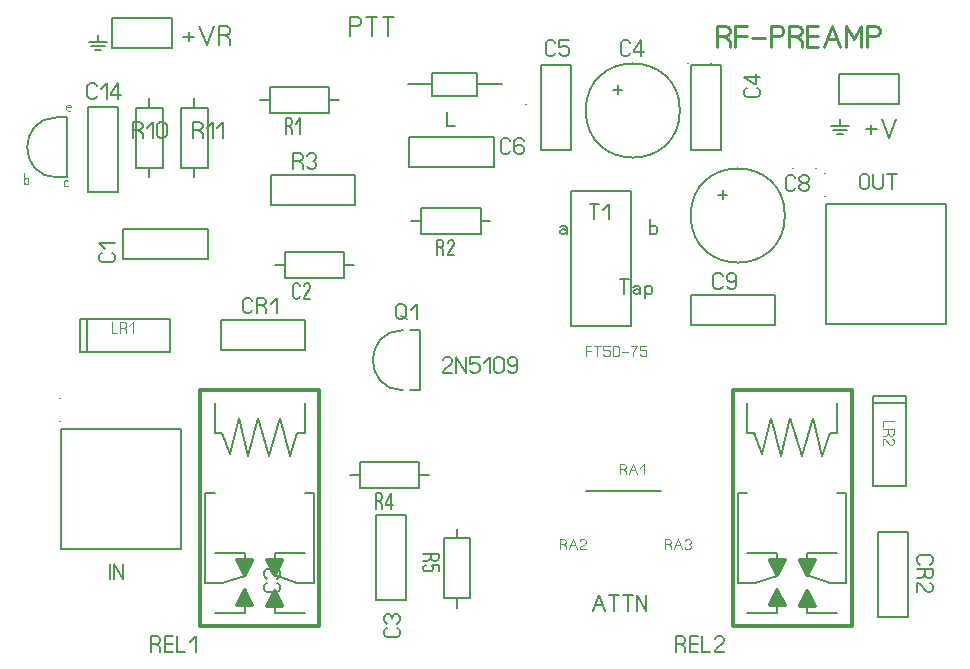
<source format=gbr>
%FSLAX34Y34*%
%MOMM*%
%LNSILK_TOP*%
G71*
G01*
%ADD10C,0.150*%
%ADD11C,0.167*%
%ADD12C,0.200*%
%ADD13C,0.144*%
%ADD14C,0.206*%
%ADD15C,0.222*%
%ADD16C,0.111*%
%ADD17C,0.300*%
%LPD*%
G54D10*
X31130Y267586D02*
X31130Y245411D01*
X-19570Y245411D01*
X-19570Y267586D01*
X31130Y267586D01*
G54D10*
X31330Y256498D02*
X39230Y256498D01*
G54D10*
X-19670Y256498D02*
X-27570Y256498D01*
G54D11*
X-3144Y234241D02*
X-1144Y232574D01*
X-477Y230907D01*
X-477Y227574D01*
G54D11*
X-5811Y227574D02*
X-5811Y240907D01*
X-2477Y240907D01*
X-1144Y240074D01*
X-477Y238407D01*
X-477Y236741D01*
X-1144Y235074D01*
X-2477Y234241D01*
X-5811Y234241D01*
G54D11*
X3189Y235907D02*
X6523Y240907D01*
X6523Y227574D01*
G54D10*
X-71725Y122068D02*
X-71725Y147468D01*
X-143325Y147468D01*
X-143325Y122068D01*
X-71725Y122068D01*
G54D11*
X-152862Y127085D02*
X-151196Y126085D01*
X-150362Y124085D01*
X-150362Y122085D01*
X-151196Y120085D01*
X-152862Y119085D01*
X-161196Y119085D01*
X-162862Y120085D01*
X-163696Y122085D01*
X-163696Y124085D01*
X-162862Y126085D01*
X-161196Y127085D01*
G54D11*
X-158696Y130752D02*
X-163696Y135752D01*
X-150362Y135752D01*
G54D10*
X408772Y65787D02*
X408772Y91187D01*
X337172Y91187D01*
X337172Y65787D01*
X408772Y65787D01*
G54D11*
X364148Y99079D02*
X363148Y97412D01*
X361148Y96579D01*
X359148Y96579D01*
X357148Y97412D01*
X356148Y99079D01*
X356148Y107412D01*
X357148Y109079D01*
X359148Y109912D01*
X361148Y109912D01*
X363148Y109079D01*
X364148Y107412D01*
G54D11*
X367815Y99079D02*
X368815Y97412D01*
X370815Y96579D01*
X372815Y96579D01*
X374815Y97412D01*
X375815Y99079D01*
X375815Y103245D01*
X375815Y104079D01*
X372815Y102412D01*
X370815Y102412D01*
X368815Y103245D01*
X367815Y104912D01*
X367815Y107412D01*
X368815Y109079D01*
X370815Y109912D01*
X372815Y109912D01*
X374815Y109079D01*
X375815Y107412D01*
X375815Y103245D01*
G54D12*
X485160Y231765D02*
X494760Y231765D01*
G54D12*
X489960Y235765D02*
X489960Y227765D01*
G54D12*
X499160Y240765D02*
X505160Y224765D01*
X511160Y240765D01*
G54D10*
X462664Y253288D02*
X462664Y278689D01*
X513464Y278688D01*
X513464Y253288D01*
X462664Y253288D01*
G54D10*
X99760Y61651D02*
X107760Y61651D01*
X107760Y10926D01*
X99760Y10926D01*
G54D10*
G75*
G01X93449Y61782D02*
G03X93449Y10782I0J-25500D01*
G01*
G54D11*
X91616Y73326D02*
X96616Y70826D01*
G54D11*
X95616Y81659D02*
X95616Y73326D01*
X94616Y71659D01*
X92616Y70826D01*
X90616Y70826D01*
X88616Y71659D01*
X87616Y73326D01*
X87616Y81659D01*
X88616Y83326D01*
X90616Y84159D01*
X92616Y84159D01*
X94616Y83326D01*
X95616Y81659D01*
G54D11*
X100283Y79159D02*
X105283Y84159D01*
X105283Y70826D01*
G54D10*
X-196240Y-22249D02*
X-94640Y-22249D01*
X-94640Y-123849D01*
X-196240Y-123849D01*
X-196240Y-22249D01*
G54D13*
X-196990Y4501D02*
X-196990Y4501D01*
G54D13*
X-196990Y-14999D02*
X-196990Y-14999D01*
G54D10*
X53172Y167387D02*
X53172Y192787D01*
X-18428Y192787D01*
X-18428Y167387D01*
X53172Y167387D01*
G54D11*
X4548Y204845D02*
X7548Y203179D01*
X8548Y201512D01*
X8548Y198179D01*
G54D11*
X548Y198179D02*
X548Y211512D01*
X5548Y211512D01*
X7548Y210679D01*
X8548Y209012D01*
X8548Y207345D01*
X7548Y205679D01*
X5548Y204845D01*
X548Y204845D01*
G54D11*
X12215Y209012D02*
X13215Y210679D01*
X15215Y211512D01*
X17215Y211512D01*
X19215Y210679D01*
X20215Y209012D01*
X20215Y207345D01*
X19215Y205679D01*
X17215Y204845D01*
X19215Y204012D01*
X20215Y202345D01*
X20215Y200679D01*
X19215Y199012D01*
X17215Y198179D01*
X15215Y198179D01*
X13215Y199012D01*
X12215Y200679D01*
G54D10*
X43830Y127886D02*
X43830Y105711D01*
X-6870Y105711D01*
X-6870Y127886D01*
X43830Y127886D01*
G54D10*
X44030Y116798D02*
X51930Y116798D01*
G54D10*
X-6970Y116798D02*
X-14870Y116798D01*
G54D11*
X5873Y90374D02*
X5206Y88707D01*
X3873Y87874D01*
X2539Y87874D01*
X1206Y88707D01*
X539Y90374D01*
X539Y98707D01*
X1206Y100374D01*
X2539Y101207D01*
X3873Y101207D01*
X5206Y100374D01*
X5873Y98707D01*
G54D11*
X14873Y87874D02*
X9539Y87874D01*
X9539Y88707D01*
X10206Y90374D01*
X14206Y95374D01*
X14873Y97041D01*
X14873Y98707D01*
X14206Y100374D01*
X12873Y101207D01*
X11539Y101207D01*
X10206Y100374D01*
X9539Y98707D01*
G54D10*
X107330Y-49914D02*
X107330Y-72089D01*
X56630Y-72089D01*
X56630Y-49914D01*
X107330Y-49914D01*
G54D10*
X107530Y-61002D02*
X115430Y-61002D01*
G54D10*
X56530Y-61002D02*
X48630Y-61002D01*
G54D11*
X73056Y-83259D02*
X75056Y-84926D01*
X75723Y-86593D01*
X75723Y-89926D01*
G54D11*
X70389Y-89926D02*
X70389Y-76593D01*
X73723Y-76593D01*
X75056Y-77426D01*
X75723Y-79093D01*
X75723Y-80759D01*
X75056Y-82426D01*
X73723Y-83259D01*
X70389Y-83259D01*
G54D11*
X83389Y-89926D02*
X83389Y-76593D01*
X79389Y-84926D01*
X79389Y-86593D01*
X84723Y-86593D01*
G54D10*
X96329Y-94959D02*
X70929Y-94959D01*
X70929Y-166560D01*
X96329Y-166559D01*
X96329Y-94959D01*
G54D11*
X-13162Y-152315D02*
X-11496Y-153315D01*
X-10662Y-155315D01*
X-10662Y-157315D01*
X-11496Y-159315D01*
X-13162Y-160315D01*
X-21496Y-160315D01*
X-23162Y-159315D01*
X-23996Y-157315D01*
X-23996Y-155315D01*
X-23162Y-153315D01*
X-21496Y-152315D01*
G54D11*
X-21496Y-148648D02*
X-23162Y-147648D01*
X-23996Y-145648D01*
X-23996Y-143648D01*
X-23162Y-141648D01*
X-21496Y-140648D01*
X-19829Y-140648D01*
X-18162Y-141648D01*
X-17329Y-143648D01*
X-16496Y-141648D01*
X-14829Y-140648D01*
X-13162Y-140648D01*
X-11496Y-141648D01*
X-10662Y-143648D01*
X-10662Y-145648D01*
X-11496Y-147648D01*
X-13162Y-148648D01*
G54D10*
X150235Y-165179D02*
X128060Y-165179D01*
X128060Y-114479D01*
X150235Y-114479D01*
X150235Y-165179D01*
G54D10*
X139147Y-165379D02*
X139147Y-173279D01*
G54D10*
X139147Y-114379D02*
X139147Y-106479D01*
G54D11*
X116889Y-130904D02*
X115223Y-132904D01*
X113556Y-133571D01*
X110223Y-133571D01*
G54D11*
X110223Y-128238D02*
X123556Y-128238D01*
X123556Y-131571D01*
X122723Y-132904D01*
X121056Y-133571D01*
X119389Y-133571D01*
X117723Y-132904D01*
X116889Y-131571D01*
X116889Y-128238D01*
G54D11*
X123556Y-142571D02*
X123556Y-137238D01*
X117723Y-137238D01*
X117723Y-137904D01*
X118556Y-139238D01*
X118556Y-140571D01*
X117723Y-141904D01*
X116056Y-142571D01*
X112723Y-142571D01*
X111056Y-141904D01*
X110223Y-140571D01*
X110223Y-139238D01*
X111056Y-137904D01*
X112723Y-137238D01*
G54D10*
X363029Y286041D02*
X337629Y286041D01*
X337629Y214441D01*
X363029Y214441D01*
X363029Y286041D01*
G54D10*
X236029Y286041D02*
X210629Y286041D01*
X210629Y214441D01*
X236029Y214441D01*
X236029Y286041D01*
G54D10*
X275316Y268957D02*
X275316Y261357D01*
G54D10*
X279116Y265157D02*
X271516Y265157D01*
G54D10*
G75*
G01X327866Y247651D02*
G03X327866Y247651I-39850J0D01*
G01*
G54D14*
X354616Y288251D02*
X354616Y288251D01*
G54D14*
X335116Y288251D02*
X335116Y288251D01*
G54D10*
X159314Y165047D02*
X159314Y142872D01*
X108614Y142872D01*
X108614Y165047D01*
X159314Y165047D01*
G54D10*
X159514Y153960D02*
X167414Y153960D01*
G54D10*
X108514Y153960D02*
X100614Y153960D01*
G54D11*
X125040Y131702D02*
X127040Y130035D01*
X127706Y128368D01*
X127706Y125035D01*
G54D11*
X122373Y125035D02*
X122373Y138368D01*
X125706Y138368D01*
X127040Y137535D01*
X127706Y135868D01*
X127706Y134202D01*
X127040Y132535D01*
X125706Y131702D01*
X122373Y131702D01*
G54D11*
X136706Y125035D02*
X131373Y125035D01*
X131373Y125868D01*
X132040Y127535D01*
X136040Y132535D01*
X136706Y134202D01*
X136706Y135868D01*
X136040Y137535D01*
X134706Y138368D01*
X133373Y138368D01*
X132040Y137535D01*
X131373Y135868D01*
G54D11*
X254610Y-176249D02*
X259610Y-162916D01*
X264610Y-176249D01*
G54D11*
X256610Y-171249D02*
X262610Y-171249D01*
G54D11*
X272277Y-176249D02*
X272277Y-162916D01*
G54D11*
X268277Y-162916D02*
X276277Y-162916D01*
G54D11*
X283944Y-176249D02*
X283944Y-162916D01*
G54D11*
X279944Y-162916D02*
X287944Y-162916D01*
G54D11*
X291611Y-176249D02*
X291611Y-162916D01*
X299611Y-176249D01*
X299611Y-162916D01*
G54D11*
X488060Y191684D02*
X488060Y183351D01*
X487060Y181684D01*
X485060Y180851D01*
X483060Y180851D01*
X481060Y181684D01*
X480060Y183351D01*
X480060Y191684D01*
X481060Y193351D01*
X483060Y194184D01*
X485060Y194184D01*
X487060Y193351D01*
X488060Y191684D01*
G54D11*
X491727Y194184D02*
X491727Y183351D01*
X492727Y181684D01*
X494727Y180851D01*
X496727Y180851D01*
X498727Y181684D01*
X499727Y183351D01*
X499727Y194184D01*
G54D11*
X507394Y180851D02*
X507394Y194184D01*
G54D11*
X503394Y194184D02*
X511394Y194184D01*
G54D11*
X280860Y91951D02*
X280860Y105284D01*
G54D11*
X276860Y105284D02*
X284860Y105284D01*
G54D11*
X288527Y98618D02*
X290527Y99451D01*
X292927Y99451D01*
X294527Y97784D01*
X294527Y91951D01*
G54D11*
X294527Y94451D02*
X293527Y96118D01*
X291527Y96451D01*
X289527Y96118D01*
X288527Y94451D01*
X288927Y92784D01*
X290527Y91951D01*
X291527Y91951D01*
X291927Y91951D01*
X293527Y92784D01*
X294527Y94451D01*
G54D11*
X298194Y99451D02*
X298194Y88618D01*
G54D11*
X298194Y94451D02*
X299194Y92284D01*
X301194Y91951D01*
X303194Y92284D01*
X304194Y93951D01*
X304194Y97284D01*
X303194Y98951D01*
X301194Y99451D01*
X299194Y98951D01*
X298194Y96951D01*
G54D11*
X255460Y155451D02*
X255460Y168784D01*
G54D11*
X251460Y168784D02*
X259460Y168784D01*
G54D11*
X263127Y163784D02*
X268127Y168784D01*
X268127Y155451D01*
G54D15*
X364743Y310390D02*
X368743Y308168D01*
X370077Y305945D01*
X370077Y301501D01*
G54D15*
X359410Y301501D02*
X359410Y319279D01*
X366077Y319279D01*
X368743Y318168D01*
X370077Y315945D01*
X370077Y313723D01*
X368743Y311501D01*
X366077Y310390D01*
X359410Y310390D01*
G54D15*
X374966Y301501D02*
X374966Y319279D01*
X384299Y319279D01*
G54D15*
X374966Y310390D02*
X384299Y310390D01*
G54D15*
X389188Y309279D02*
X399855Y309279D01*
G54D15*
X404744Y301501D02*
X404744Y319279D01*
X411411Y319279D01*
X414077Y318168D01*
X415411Y315945D01*
X415411Y313723D01*
X414077Y311501D01*
X411411Y310390D01*
X404744Y310390D01*
G54D15*
X425633Y310390D02*
X429633Y308168D01*
X430967Y305945D01*
X430967Y301501D01*
G54D15*
X420300Y301501D02*
X420300Y319279D01*
X426967Y319279D01*
X429633Y318168D01*
X430967Y315945D01*
X430967Y313723D01*
X429633Y311501D01*
X426967Y310390D01*
X420300Y310390D01*
G54D15*
X445189Y301501D02*
X435856Y301501D01*
X435856Y319279D01*
X445189Y319279D01*
G54D15*
X435856Y310390D02*
X445189Y310390D01*
G54D15*
X450078Y301501D02*
X456745Y319279D01*
X463411Y301501D01*
G54D15*
X452745Y308168D02*
X460745Y308168D01*
G54D15*
X468300Y301501D02*
X468300Y319279D01*
X474967Y308168D01*
X481633Y319279D01*
X481633Y301501D01*
G54D15*
X486522Y301501D02*
X486522Y319279D01*
X493189Y319279D01*
X495855Y318168D01*
X497189Y315945D01*
X497189Y313723D01*
X495855Y311501D01*
X493189Y310390D01*
X486522Y310390D01*
G54D12*
X248260Y-74649D02*
X311760Y-74649D01*
G54D16*
X279527Y-56004D02*
X281527Y-57116D01*
X282193Y-58227D01*
X282193Y-60449D01*
G54D16*
X276860Y-60449D02*
X276860Y-51560D01*
X280193Y-51560D01*
X281527Y-52116D01*
X282193Y-53227D01*
X282193Y-54338D01*
X281527Y-55449D01*
X280193Y-56004D01*
X276860Y-56004D01*
G54D16*
X284637Y-60449D02*
X287970Y-51560D01*
X291304Y-60449D01*
G54D16*
X285970Y-57116D02*
X289970Y-57116D01*
G54D16*
X293748Y-54893D02*
X297081Y-51560D01*
X297081Y-60449D01*
G54D16*
X228727Y-119504D02*
X230727Y-120616D01*
X231393Y-121727D01*
X231393Y-123949D01*
G54D16*
X226060Y-123949D02*
X226060Y-115060D01*
X229393Y-115060D01*
X230727Y-115616D01*
X231393Y-116727D01*
X231393Y-117838D01*
X230727Y-118949D01*
X229393Y-119504D01*
X226060Y-119504D01*
G54D16*
X233837Y-123949D02*
X237170Y-115060D01*
X240504Y-123949D01*
G54D16*
X235170Y-120616D02*
X239170Y-120616D01*
G54D16*
X248281Y-123949D02*
X242948Y-123949D01*
X242948Y-123393D01*
X243615Y-122282D01*
X247615Y-118949D01*
X248281Y-117838D01*
X248281Y-116727D01*
X247615Y-115616D01*
X246281Y-115060D01*
X244948Y-115060D01*
X243615Y-115616D01*
X242948Y-116727D01*
G54D16*
X317627Y-119504D02*
X319627Y-120616D01*
X320293Y-121727D01*
X320293Y-123949D01*
G54D16*
X314960Y-123949D02*
X314960Y-115060D01*
X318293Y-115060D01*
X319627Y-115616D01*
X320293Y-116727D01*
X320293Y-117838D01*
X319627Y-118949D01*
X318293Y-119504D01*
X314960Y-119504D01*
G54D16*
X322737Y-123949D02*
X326070Y-115060D01*
X329404Y-123949D01*
G54D16*
X324070Y-120616D02*
X328070Y-120616D01*
G54D16*
X331848Y-116727D02*
X332515Y-115616D01*
X333848Y-115060D01*
X335181Y-115060D01*
X336515Y-115616D01*
X337181Y-116727D01*
X337181Y-117838D01*
X336515Y-118949D01*
X335181Y-119504D01*
X336515Y-120060D01*
X337181Y-121171D01*
X337181Y-122282D01*
X336515Y-123393D01*
X335181Y-123949D01*
X333848Y-123949D01*
X332515Y-123393D01*
X331848Y-122282D01*
G54D12*
X235560Y179351D02*
X286360Y179351D01*
X286360Y65051D01*
X235560Y65051D01*
X235560Y179351D01*
G54D16*
X248260Y39651D02*
X248260Y48540D01*
X252927Y48540D01*
G54D16*
X248260Y44096D02*
X252927Y44096D01*
G54D16*
X258038Y39651D02*
X258038Y48540D01*
G54D16*
X255371Y48540D02*
X260704Y48540D01*
G54D16*
X268481Y48540D02*
X263148Y48540D01*
X263148Y44651D01*
X263815Y44651D01*
X265148Y45207D01*
X266481Y45207D01*
X267815Y44651D01*
X268481Y43540D01*
X268481Y41318D01*
X267815Y40207D01*
X266481Y39651D01*
X265148Y39651D01*
X263815Y40207D01*
X263148Y41318D01*
G54D16*
X276258Y46873D02*
X276258Y41318D01*
X275592Y40207D01*
X274258Y39651D01*
X272925Y39651D01*
X271592Y40207D01*
X270925Y41318D01*
X270925Y46873D01*
X271592Y47984D01*
X272925Y48540D01*
X274258Y48540D01*
X275592Y47984D01*
X276258Y46873D01*
G54D16*
X278702Y43540D02*
X284035Y43540D01*
G54D16*
X286479Y48540D02*
X291812Y48540D01*
X291146Y47429D01*
X289812Y45762D01*
X288479Y43540D01*
X287812Y41873D01*
X287812Y39651D01*
G54D16*
X299589Y48540D02*
X294256Y48540D01*
X294256Y44651D01*
X294923Y44651D01*
X296256Y45207D01*
X297589Y45207D01*
X298923Y44651D01*
X299589Y43540D01*
X299589Y41318D01*
X298923Y40207D01*
X297589Y39651D01*
X296256Y39651D01*
X294923Y40207D01*
X294256Y41318D01*
G54D10*
X156160Y279251D02*
X156160Y260251D01*
X118160Y260251D01*
X118160Y279251D01*
X156160Y279251D01*
G54D10*
X156260Y269751D02*
X176860Y269751D01*
G54D10*
X97460Y269751D02*
X118060Y269751D01*
G54D13*
X131073Y246201D02*
X131073Y234645D01*
X137140Y234645D01*
G54D13*
X197960Y253001D02*
X197960Y253001D01*
G54D10*
X170229Y199441D02*
X170229Y224841D01*
X98629Y224841D01*
X98629Y199441D01*
X170229Y199441D01*
G54D10*
X364216Y180057D02*
X364216Y172457D01*
G54D10*
X368016Y176257D02*
X360416Y176257D01*
G54D10*
G75*
G01X416766Y158751D02*
G03X416766Y158751I-39850J0D01*
G01*
G54D14*
X443516Y199351D02*
X443516Y199351D01*
G54D14*
X424016Y199351D02*
X424016Y199351D01*
G54D17*
X-78140Y-188600D02*
X22460Y-188500D01*
X22360Y11400D01*
X-78140Y11400D01*
X-78140Y-188600D01*
G54D12*
X-66040Y0D02*
X-66040Y-25400D01*
X-59740Y-25400D01*
X-59840Y-25400D01*
X-53440Y-42900D01*
X-53340Y-42900D01*
X-45440Y-12700D01*
X-37440Y-44500D01*
X-29540Y-12700D01*
X-19940Y-44500D01*
X-10540Y-12700D01*
X-2540Y-44500D01*
X3860Y-25400D01*
X10160Y-25400D01*
X10160Y0D01*
G54D12*
X-66040Y-177800D02*
X-40740Y-177800D01*
X-40740Y-158800D01*
G54D12*
X-66040Y-127000D02*
X-40740Y-127000D01*
X-40740Y-146000D01*
G54D12*
X10160Y-177800D02*
X-15240Y-177800D01*
X-15240Y-158800D01*
G54D12*
X10160Y-127000D02*
X-15240Y-127000D01*
X-15240Y-146000D01*
G36*
X-40640Y-158800D02*
X-40640Y-158700D01*
X-47040Y-171400D01*
X-34340Y-171400D01*
X-40740Y-158800D01*
X-40640Y-158800D01*
G37*
G54D17*
X-40640Y-158800D02*
X-40640Y-158700D01*
X-47040Y-171400D01*
X-34340Y-171400D01*
X-40740Y-158800D01*
X-40640Y-158800D01*
G36*
X-15240Y-158900D02*
X-15240Y-158800D01*
X-21640Y-171500D01*
X-8940Y-171500D01*
X-15340Y-158900D01*
X-15240Y-158900D01*
G37*
G54D17*
X-15240Y-158900D02*
X-15240Y-158800D01*
X-21640Y-171500D01*
X-8940Y-171500D01*
X-15340Y-158900D01*
X-15240Y-158900D01*
G36*
X-40540Y-145800D02*
X-40540Y-145900D01*
X-34140Y-133200D01*
X-46840Y-133200D01*
X-40440Y-145800D01*
X-40540Y-145800D01*
G37*
G54D17*
X-40540Y-145800D02*
X-40540Y-145900D01*
X-34140Y-133200D01*
X-46840Y-133200D01*
X-40440Y-145800D01*
X-40540Y-145800D01*
G36*
X-15240Y-145900D02*
X-15240Y-146000D01*
X-8840Y-133300D01*
X-21540Y-133300D01*
X-15140Y-145900D01*
X-15240Y-145900D01*
G37*
G54D17*
X-15240Y-145900D02*
X-15240Y-146000D01*
X-8840Y-133300D01*
X-21540Y-133300D01*
X-15140Y-145900D01*
X-15240Y-145900D01*
G54D12*
X-40640Y-146000D02*
X-40640Y-146100D01*
X-59640Y-152500D01*
X-59640Y-152400D01*
X-73940Y-152400D01*
X-73940Y-88900D01*
X-73940Y-76200D01*
X-66040Y-76200D01*
G54D12*
X-15240Y-146000D02*
X-15240Y-146000D01*
X3760Y-152400D01*
X18060Y-152400D01*
X18060Y-76200D01*
X10160Y-76200D01*
G54D10*
X-104140Y70851D02*
X-104140Y43451D01*
X-180340Y43451D01*
X-180340Y70851D01*
X-104140Y70851D01*
G54D10*
X-174040Y43451D02*
X-174040Y70851D01*
G54D10*
X10685Y45143D02*
X10685Y70543D01*
X-60915Y70543D01*
X-60915Y45143D01*
X10685Y45143D01*
G54D11*
X-33971Y78435D02*
X-34971Y76768D01*
X-36971Y75935D01*
X-38971Y75935D01*
X-40971Y76768D01*
X-41971Y78435D01*
X-41971Y86768D01*
X-40971Y88435D01*
X-38971Y89268D01*
X-36971Y89268D01*
X-34971Y88435D01*
X-33971Y86768D01*
G54D11*
X-26304Y82601D02*
X-23304Y80935D01*
X-22304Y79268D01*
X-22304Y75935D01*
G54D11*
X-30304Y75935D02*
X-30304Y89268D01*
X-25304Y89268D01*
X-23304Y88435D01*
X-22304Y86768D01*
X-22304Y85101D01*
X-23304Y83435D01*
X-25304Y82601D01*
X-30304Y82601D01*
G54D11*
X-18637Y84268D02*
X-13637Y89268D01*
X-13637Y75935D01*
G54D16*
X-153256Y68284D02*
X-153256Y59396D01*
X-148590Y59396D01*
G54D16*
X-143479Y63840D02*
X-141479Y62729D01*
X-140812Y61618D01*
X-140812Y59396D01*
G54D16*
X-146145Y59395D02*
X-146145Y68284D01*
X-142812Y68284D01*
X-141479Y67729D01*
X-140812Y66618D01*
X-140812Y65507D01*
X-141479Y64395D01*
X-142812Y63840D01*
X-146145Y63840D01*
G54D16*
X-138368Y64951D02*
X-135035Y68284D01*
X-135035Y59396D01*
G54D10*
X451460Y168251D02*
X553060Y168251D01*
X553060Y66651D01*
X451460Y66651D01*
X451460Y168251D01*
G54D13*
X450710Y195001D02*
X450710Y195001D01*
G54D13*
X450710Y175501D02*
X450710Y175501D01*
G54D11*
X88438Y-190415D02*
X90104Y-191415D01*
X90938Y-193415D01*
X90938Y-195415D01*
X90104Y-197415D01*
X88438Y-198415D01*
X80104Y-198415D01*
X78438Y-197415D01*
X77604Y-195415D01*
X77604Y-193415D01*
X78438Y-191415D01*
X80104Y-190415D01*
G54D11*
X80104Y-186748D02*
X78438Y-185748D01*
X77604Y-183748D01*
X77604Y-181748D01*
X78438Y-179748D01*
X80104Y-178748D01*
X81771Y-178748D01*
X83438Y-179748D01*
X84271Y-181748D01*
X85104Y-179748D01*
X86771Y-178748D01*
X88438Y-178748D01*
X90104Y-179748D01*
X90938Y-181748D01*
X90938Y-183748D01*
X90104Y-185748D01*
X88438Y-186748D01*
G54D17*
X372710Y-188600D02*
X473310Y-188500D01*
X473210Y11400D01*
X372710Y11400D01*
X372710Y-188600D01*
G54D12*
X384810Y0D02*
X384810Y-25400D01*
X391110Y-25400D01*
X391010Y-25400D01*
X397410Y-42900D01*
X397510Y-42900D01*
X405410Y-12700D01*
X413410Y-44500D01*
X421310Y-12700D01*
X430910Y-44500D01*
X440310Y-12700D01*
X448310Y-44500D01*
X454710Y-25400D01*
X461010Y-25400D01*
X461010Y0D01*
G54D12*
X384810Y-177800D02*
X410110Y-177800D01*
X410110Y-158800D01*
G54D12*
X384810Y-127000D02*
X410110Y-127000D01*
X410110Y-146000D01*
G54D12*
X461010Y-177800D02*
X435610Y-177800D01*
X435610Y-158800D01*
G54D12*
X461010Y-127000D02*
X435610Y-127000D01*
X435610Y-146000D01*
G36*
X410210Y-158800D02*
X410210Y-158700D01*
X403810Y-171400D01*
X416510Y-171400D01*
X410110Y-158800D01*
X410210Y-158800D01*
G37*
G54D17*
X410210Y-158800D02*
X410210Y-158700D01*
X403810Y-171400D01*
X416510Y-171400D01*
X410110Y-158800D01*
X410210Y-158800D01*
G36*
X435610Y-158900D02*
X435610Y-158800D01*
X429210Y-171500D01*
X441910Y-171500D01*
X435510Y-158900D01*
X435610Y-158900D01*
G37*
G54D17*
X435610Y-158900D02*
X435610Y-158800D01*
X429210Y-171500D01*
X441910Y-171500D01*
X435510Y-158900D01*
X435610Y-158900D01*
G36*
X410310Y-145800D02*
X410310Y-145900D01*
X416710Y-133200D01*
X404010Y-133200D01*
X410410Y-145800D01*
X410310Y-145800D01*
G37*
G54D17*
X410310Y-145800D02*
X410310Y-145900D01*
X416710Y-133200D01*
X404010Y-133200D01*
X410410Y-145800D01*
X410310Y-145800D01*
G36*
X435610Y-145900D02*
X435610Y-146000D01*
X442010Y-133300D01*
X429310Y-133300D01*
X435710Y-145900D01*
X435610Y-145900D01*
G37*
G54D17*
X435610Y-145900D02*
X435610Y-146000D01*
X442010Y-133300D01*
X429310Y-133300D01*
X435710Y-145900D01*
X435610Y-145900D01*
G54D12*
X410210Y-146000D02*
X410210Y-146100D01*
X391210Y-152500D01*
X391210Y-152400D01*
X376910Y-152400D01*
X376910Y-88900D01*
X376910Y-76200D01*
X384810Y-76200D01*
G54D12*
X435610Y-146000D02*
X435610Y-146000D01*
X454610Y-152400D01*
X468910Y-152400D01*
X468910Y-76200D01*
X461010Y-76200D01*
G54D10*
X519160Y-69849D02*
X491760Y-69849D01*
X491760Y6351D01*
X519160Y6351D01*
X519160Y-69849D01*
G54D10*
X491760Y51D02*
X519160Y51D01*
G54D10*
X495585Y-181157D02*
X520985Y-181157D01*
X520985Y-109557D01*
X495585Y-109557D01*
X495585Y-181157D01*
G54D16*
X508873Y-15254D02*
X499984Y-15254D01*
X499984Y-19921D01*
G54D16*
X504428Y-25032D02*
X503317Y-27032D01*
X502206Y-27699D01*
X499984Y-27699D01*
G54D16*
X499984Y-22365D02*
X508873Y-22365D01*
X508873Y-25699D01*
X508317Y-27032D01*
X507206Y-27699D01*
X506095Y-27699D01*
X504984Y-27032D01*
X504428Y-25699D01*
X504428Y-22365D01*
G54D16*
X499984Y-35476D02*
X499984Y-30142D01*
X500540Y-30142D01*
X501650Y-30809D01*
X504984Y-34809D01*
X506095Y-35476D01*
X507206Y-35476D01*
X508317Y-34809D01*
X508873Y-33476D01*
X508873Y-32142D01*
X508317Y-30809D01*
X507206Y-30142D01*
G54D12*
X-92852Y310285D02*
X-83252Y310285D01*
G54D12*
X-88052Y314285D02*
X-88052Y306285D01*
G54D12*
X-78852Y319285D02*
X-72852Y303285D01*
X-66852Y319285D01*
G54D12*
X-57652Y311285D02*
X-54052Y309285D01*
X-52852Y307285D01*
X-52852Y303285D01*
G54D12*
X-62452Y303285D02*
X-62452Y319285D01*
X-56452Y319285D01*
X-54052Y318285D01*
X-52852Y316285D01*
X-52852Y314285D01*
X-54052Y312285D01*
X-56452Y311285D01*
X-62452Y311285D01*
G54D10*
X-152652Y300236D02*
X-152651Y325636D01*
X-101852Y325636D01*
X-101852Y300236D01*
X-152652Y300236D01*
G54D12*
X-164829Y311888D02*
X-164828Y305537D01*
G54D12*
X-156891Y305537D02*
X-172766Y305538D01*
G54D12*
X-170385Y302363D02*
X-159272Y302363D01*
G54D12*
X-162448Y299188D02*
X-167210Y299188D01*
G54D12*
X463407Y240675D02*
X463408Y234325D01*
G54D12*
X471345Y234325D02*
X455470Y234325D01*
G54D12*
X457851Y231150D02*
X468964Y231150D01*
G54D12*
X465788Y227975D02*
X461026Y227975D01*
G54D11*
X-154940Y-149349D02*
X-154940Y-136016D01*
G54D11*
X-151273Y-149349D02*
X-151273Y-136016D01*
X-143273Y-149349D01*
X-143273Y-136016D01*
G54D11*
X226060Y149418D02*
X228060Y150251D01*
X230460Y150251D01*
X232060Y148584D01*
X232060Y142751D01*
G54D11*
X232060Y145251D02*
X231060Y146918D01*
X229060Y147251D01*
X227060Y146918D01*
X226060Y145251D01*
X226460Y143584D01*
X228060Y142751D01*
X229060Y142751D01*
X229460Y142751D01*
X231060Y143584D01*
X232060Y145251D01*
G54D11*
X302260Y142751D02*
X302260Y156084D01*
G54D11*
X302260Y148084D02*
X303260Y149751D01*
X305260Y150251D01*
X307260Y149751D01*
X308260Y148084D01*
X308260Y144751D01*
X307260Y143084D01*
X305260Y142751D01*
X303260Y143084D01*
X302260Y144751D01*
G54D11*
X393238Y266785D02*
X394904Y265785D01*
X395738Y263785D01*
X395738Y261785D01*
X394904Y259785D01*
X393238Y258785D01*
X384904Y258785D01*
X383238Y259785D01*
X382404Y261785D01*
X382404Y263785D01*
X383238Y265785D01*
X384904Y266785D01*
G54D11*
X395738Y276452D02*
X382404Y276452D01*
X390738Y270452D01*
X392404Y270452D01*
X392404Y278452D01*
G54D11*
X285702Y296124D02*
X284702Y294458D01*
X282702Y293624D01*
X280702Y293624D01*
X278702Y294458D01*
X277702Y296124D01*
X277702Y304458D01*
X278702Y306124D01*
X280702Y306958D01*
X282702Y306958D01*
X284702Y306124D01*
X285702Y304458D01*
G54D11*
X295369Y293624D02*
X295369Y306958D01*
X289369Y298624D01*
X289369Y296958D01*
X297369Y296958D01*
G54D11*
X222202Y296124D02*
X221202Y294458D01*
X219202Y293624D01*
X217202Y293624D01*
X215202Y294458D01*
X214202Y296124D01*
X214202Y304458D01*
X215202Y306124D01*
X217202Y306958D01*
X219202Y306958D01*
X221202Y306124D01*
X222202Y304458D01*
G54D11*
X233869Y306958D02*
X225869Y306958D01*
X225869Y301124D01*
X226869Y301124D01*
X228869Y301958D01*
X230869Y301958D01*
X232869Y301124D01*
X233869Y299458D01*
X233869Y296124D01*
X232869Y294458D01*
X230869Y293624D01*
X228869Y293624D01*
X226869Y294458D01*
X225869Y296124D01*
G54D11*
X184102Y213574D02*
X183102Y211908D01*
X181102Y211074D01*
X179102Y211074D01*
X177102Y211908D01*
X176102Y213574D01*
X176102Y221908D01*
X177102Y223574D01*
X179102Y224408D01*
X181102Y224408D01*
X183102Y223574D01*
X184102Y221908D01*
G54D11*
X195769Y221908D02*
X194769Y223574D01*
X192769Y224408D01*
X190769Y224408D01*
X188769Y223574D01*
X187769Y221908D01*
X187769Y217741D01*
X187769Y216908D01*
X190769Y218574D01*
X192769Y218574D01*
X194769Y217741D01*
X195769Y216074D01*
X195769Y213574D01*
X194769Y211908D01*
X192769Y211074D01*
X190769Y211074D01*
X188769Y211908D01*
X187769Y213574D01*
X187769Y217741D01*
G54D11*
X425402Y181824D02*
X424402Y180158D01*
X422402Y179324D01*
X420402Y179324D01*
X418402Y180158D01*
X417402Y181824D01*
X417402Y190158D01*
X418402Y191824D01*
X420402Y192658D01*
X422402Y192658D01*
X424402Y191824D01*
X425402Y190158D01*
G54D11*
X434070Y185991D02*
X432070Y185991D01*
X430070Y186824D01*
X429070Y188491D01*
X429070Y190158D01*
X430070Y191824D01*
X432070Y192658D01*
X434070Y192658D01*
X436070Y191824D01*
X437070Y190158D01*
X437070Y188491D01*
X436070Y186824D01*
X434070Y185991D01*
X436070Y185158D01*
X437070Y183491D01*
X437070Y181824D01*
X436070Y180158D01*
X434070Y179324D01*
X432070Y179324D01*
X430070Y180158D01*
X429070Y181824D01*
X429070Y183491D01*
X430070Y185158D01*
X432070Y185991D01*
G54D11*
X530958Y-136732D02*
X529291Y-135732D01*
X528458Y-133732D01*
X528458Y-131731D01*
X529291Y-129731D01*
X530958Y-128732D01*
X539291Y-128731D01*
X540958Y-129732D01*
X541791Y-131732D01*
X541791Y-133732D01*
X540958Y-135731D01*
X539291Y-136732D01*
G54D11*
X535125Y-144398D02*
X533458Y-147398D01*
X531791Y-148398D01*
X528458Y-148398D01*
G54D11*
X528458Y-140398D02*
X541791Y-140398D01*
X541791Y-145398D01*
X540958Y-147399D01*
X539291Y-148398D01*
X537625Y-148398D01*
X535958Y-147399D01*
X535125Y-145399D01*
X535125Y-140399D01*
G54D11*
X528458Y-160066D02*
X528458Y-152066D01*
X529291Y-152066D01*
X530958Y-153066D01*
X535958Y-159066D01*
X537624Y-160065D01*
X539291Y-160066D01*
X540958Y-159065D01*
X541791Y-157066D01*
X541791Y-155066D01*
X540958Y-153066D01*
X539292Y-152065D01*
G54D11*
X-116040Y-204182D02*
X-113040Y-205849D01*
X-112040Y-207516D01*
X-112040Y-210849D01*
G54D11*
X-120040Y-210849D02*
X-120040Y-197516D01*
X-115040Y-197516D01*
X-113040Y-198349D01*
X-112040Y-200016D01*
X-112040Y-201682D01*
X-113040Y-203349D01*
X-115040Y-204182D01*
X-120040Y-204182D01*
G54D11*
X-101373Y-210849D02*
X-108373Y-210849D01*
X-108373Y-197516D01*
X-101373Y-197516D01*
G54D11*
X-108373Y-204182D02*
X-101373Y-204182D01*
G54D11*
X-97706Y-197516D02*
X-97706Y-210849D01*
X-90706Y-210849D01*
G54D11*
X-87039Y-202516D02*
X-82039Y-197516D01*
X-82039Y-210849D01*
G54D11*
X328460Y-204182D02*
X331460Y-205849D01*
X332460Y-207516D01*
X332460Y-210849D01*
G54D11*
X324460Y-210849D02*
X324460Y-197516D01*
X329460Y-197516D01*
X331460Y-198349D01*
X332460Y-200016D01*
X332460Y-201682D01*
X331460Y-203349D01*
X329460Y-204182D01*
X324460Y-204182D01*
G54D11*
X343127Y-210849D02*
X336127Y-210849D01*
X336127Y-197516D01*
X343127Y-197516D01*
G54D11*
X336127Y-204182D02*
X343127Y-204182D01*
G54D11*
X346794Y-197516D02*
X346794Y-210849D01*
X353794Y-210849D01*
G54D11*
X365461Y-210849D02*
X357461Y-210849D01*
X357461Y-210016D01*
X358461Y-208349D01*
X364461Y-203349D01*
X365461Y-201682D01*
X365461Y-200016D01*
X364461Y-198349D01*
X362461Y-197516D01*
X360461Y-197516D01*
X358461Y-198349D01*
X357461Y-200016D01*
G54D10*
X-199281Y241872D02*
X-191281Y241872D01*
X-191281Y191146D01*
X-199281Y191146D01*
G54D10*
G75*
G01X-199242Y242002D02*
G03X-199242Y191002I0J-25500D01*
G01*
G54D10*
X-173428Y178792D02*
X-148028Y178792D01*
X-148028Y250392D01*
X-173428Y250392D01*
X-173428Y178792D01*
G54D11*
X-165794Y259905D02*
X-166794Y258239D01*
X-168794Y257405D01*
X-170794Y257405D01*
X-172794Y258239D01*
X-173794Y259905D01*
X-173794Y268239D01*
X-172794Y269905D01*
X-170794Y270739D01*
X-168794Y270739D01*
X-166794Y269905D01*
X-165794Y268239D01*
G54D11*
X-162127Y265739D02*
X-157127Y270739D01*
X-157127Y257405D01*
G54D11*
X-147460Y257405D02*
X-147460Y270739D01*
X-153460Y262405D01*
X-153460Y260739D01*
X-145460Y260739D01*
G54D10*
X-110101Y199396D02*
X-132276Y199396D01*
X-132276Y250096D01*
X-110102Y250095D01*
X-110101Y199396D01*
G54D10*
X-121189Y199195D02*
X-121189Y191295D01*
G54D10*
X-121189Y250196D02*
X-121189Y258096D01*
G54D10*
X-72001Y199396D02*
X-94176Y199396D01*
X-94176Y250096D01*
X-72002Y250095D01*
X-72001Y199396D01*
G54D10*
X-83089Y199195D02*
X-83089Y191295D01*
G54D10*
X-83089Y250196D02*
X-83089Y258096D01*
G54D11*
X-131024Y231225D02*
X-128024Y229558D01*
X-127024Y227891D01*
X-127024Y224558D01*
G54D11*
X-135024Y224558D02*
X-135024Y237891D01*
X-130024Y237891D01*
X-128024Y237058D01*
X-127024Y235391D01*
X-127024Y233725D01*
X-128024Y232058D01*
X-130024Y231225D01*
X-135024Y231225D01*
G54D11*
X-123357Y232891D02*
X-118357Y237891D01*
X-118357Y224558D01*
G54D11*
X-106690Y235391D02*
X-106690Y227058D01*
X-107690Y225391D01*
X-109690Y224558D01*
X-111690Y224558D01*
X-113690Y225391D01*
X-114690Y227058D01*
X-114690Y235391D01*
X-113690Y237058D01*
X-111690Y237891D01*
X-109690Y237891D01*
X-107690Y237058D01*
X-106690Y235391D01*
G54D11*
X-80224Y231225D02*
X-77224Y229558D01*
X-76224Y227891D01*
X-76224Y224558D01*
G54D11*
X-84224Y224558D02*
X-84224Y237891D01*
X-79224Y237891D01*
X-77224Y237058D01*
X-76224Y235391D01*
X-76224Y233725D01*
X-77224Y232058D01*
X-79224Y231225D01*
X-84224Y231225D01*
G54D11*
X-72557Y232891D02*
X-67557Y237891D01*
X-67557Y224558D01*
G54D11*
X-63890Y232891D02*
X-58890Y237891D01*
X-58890Y224558D01*
G54D16*
X-187548Y248222D02*
X-188615Y247666D01*
X-189948Y247666D01*
X-191281Y248222D01*
X-191548Y249333D01*
X-191548Y251222D01*
X-190881Y252333D01*
X-189548Y252666D01*
X-188215Y252333D01*
X-187548Y251555D01*
X-187548Y250444D01*
X-191548Y250444D01*
G54D16*
X-227640Y185451D02*
X-227640Y194340D01*
G54D16*
X-227640Y189007D02*
X-226973Y190118D01*
X-225640Y190451D01*
X-224307Y190118D01*
X-223640Y189007D01*
X-223640Y186784D01*
X-224307Y185673D01*
X-225640Y185451D01*
X-226973Y185673D01*
X-227640Y186784D01*
G54D16*
X-190506Y188218D02*
X-191840Y188551D01*
X-193173Y188218D01*
X-193840Y187107D01*
X-193840Y184884D01*
X-193173Y183773D01*
X-191840Y183551D01*
X-190506Y183773D01*
G54D12*
X48260Y311150D02*
X48260Y327150D01*
X54260Y327150D01*
X56660Y326150D01*
X57860Y324150D01*
X57860Y322150D01*
X56660Y320150D01*
X54260Y319150D01*
X48260Y319150D01*
G54D12*
X67060Y311150D02*
X67060Y327150D01*
G54D12*
X62260Y327150D02*
X71860Y327150D01*
G54D12*
X81060Y311150D02*
X81060Y327150D01*
G54D12*
X76260Y327150D02*
X85860Y327150D01*
G54D11*
X135000Y25400D02*
X127000Y25400D01*
X127000Y26233D01*
X128000Y27900D01*
X134000Y32900D01*
X135000Y34567D01*
X135000Y36233D01*
X134000Y37900D01*
X132000Y38733D01*
X130000Y38733D01*
X128000Y37900D01*
X127000Y36233D01*
G54D11*
X138667Y25400D02*
X138667Y38733D01*
X146667Y25400D01*
X146667Y38733D01*
G54D11*
X158334Y38733D02*
X150334Y38733D01*
X150334Y32900D01*
X151334Y32900D01*
X153334Y33733D01*
X155334Y33733D01*
X157334Y32900D01*
X158334Y31233D01*
X158334Y27900D01*
X157334Y26233D01*
X155334Y25400D01*
X153334Y25400D01*
X151334Y26233D01*
X150334Y27900D01*
G54D11*
X162001Y33733D02*
X167001Y38733D01*
X167001Y25400D01*
G54D11*
X178668Y36233D02*
X178668Y27900D01*
X177668Y26233D01*
X175668Y25400D01*
X173668Y25400D01*
X171668Y26233D01*
X170668Y27900D01*
X170668Y36233D01*
X171668Y37900D01*
X173668Y38733D01*
X175668Y38733D01*
X177668Y37900D01*
X178668Y36233D01*
G54D11*
X182335Y27900D02*
X183335Y26233D01*
X185335Y25400D01*
X187335Y25400D01*
X189335Y26233D01*
X190335Y27900D01*
X190335Y32067D01*
X190335Y32900D01*
X187335Y31233D01*
X185335Y31233D01*
X183335Y32067D01*
X182335Y33733D01*
X182335Y36233D01*
X183335Y37900D01*
X185335Y38733D01*
X187335Y38733D01*
X189335Y37900D01*
X190335Y36233D01*
X190335Y32067D01*
M02*

</source>
